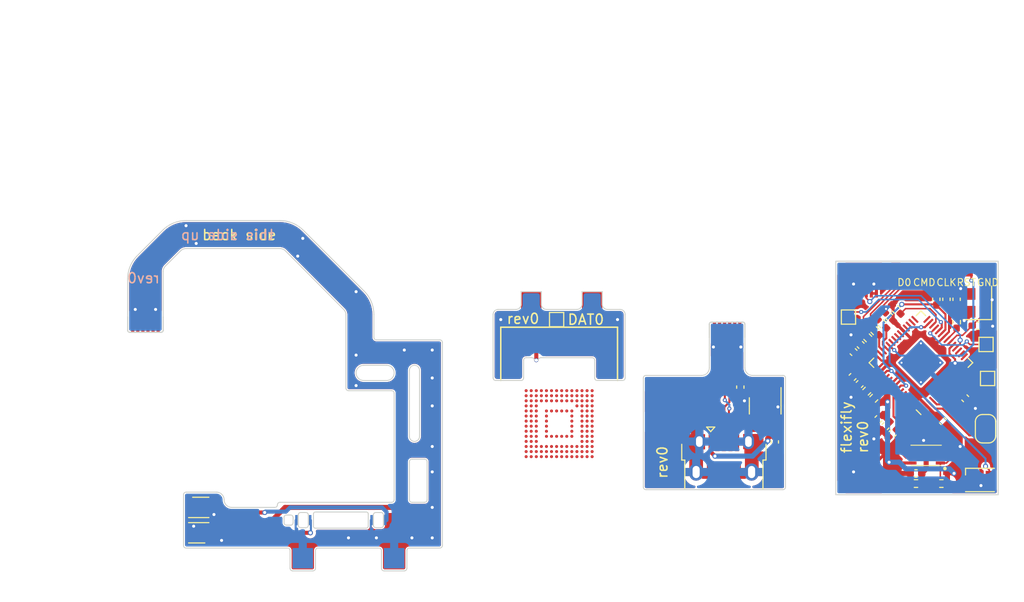
<source format=kicad_pcb>
(kicad_pcb (version 20221018) (generator pcbnew)

  (general
    (thickness 0.115)
  )

  (paper "A4")
  (layers
    (0 "F.Cu" signal)
    (31 "B.Cu" signal)
    (32 "B.Adhes" user "B.Adhesive")
    (33 "F.Adhes" user "F.Adhesive")
    (34 "B.Paste" user)
    (35 "F.Paste" user)
    (36 "B.SilkS" user "B.Silkscreen")
    (37 "F.SilkS" user "F.Silkscreen")
    (38 "B.Mask" user)
    (39 "F.Mask" user)
    (40 "Dwgs.User" user "User.Drawings")
    (41 "Cmts.User" user "User.Comments")
    (42 "Eco1.User" user "User.Eco1")
    (43 "Eco2.User" user "User.Eco2")
    (44 "Edge.Cuts" user)
    (45 "Margin" user)
    (46 "B.CrtYd" user "B.Courtyard")
    (47 "F.CrtYd" user "F.Courtyard")
    (48 "B.Fab" user)
    (49 "F.Fab" user)
    (50 "User.1" user)
    (51 "User.2" user)
    (52 "User.3" user)
    (53 "User.4" user)
    (54 "User.5" user)
    (55 "User.6" user)
    (56 "User.7" user)
    (57 "User.8" user)
    (58 "User.9" user)
  )

  (setup
    (stackup
      (layer "F.SilkS" (type "Top Silk Screen"))
      (layer "F.Paste" (type "Top Solder Paste"))
      (layer "F.Mask" (type "Top Solder Mask") (thickness 0.01))
      (layer "F.Cu" (type "copper") (thickness 0.035))
      (layer "dielectric 1" (type "core") (color "Polyimide") (thickness 0.025) (material "Polyimide") (epsilon_r 3.2) (loss_tangent 0.004))
      (layer "B.Cu" (type "copper") (thickness 0.035))
      (layer "B.Mask" (type "Bottom Solder Mask") (thickness 0.01))
      (layer "B.Paste" (type "Bottom Solder Paste"))
      (layer "B.SilkS" (type "Bottom Silk Screen"))
      (copper_finish "None")
      (dielectric_constraints no)
    )
    (pad_to_mask_clearance 0)
    (pcbplotparams
      (layerselection 0x00010fc_ffffffff)
      (plot_on_all_layers_selection 0x0000000_00000000)
      (disableapertmacros false)
      (usegerberextensions false)
      (usegerberattributes true)
      (usegerberadvancedattributes true)
      (creategerberjobfile true)
      (dashed_line_dash_ratio 12.000000)
      (dashed_line_gap_ratio 3.000000)
      (svgprecision 4)
      (plotframeref false)
      (viasonmask false)
      (mode 1)
      (useauxorigin false)
      (hpglpennumber 1)
      (hpglpenspeed 20)
      (hpglpendiameter 15.000000)
      (dxfpolygonmode true)
      (dxfimperialunits true)
      (dxfusepcbnewfont true)
      (psnegative false)
      (psa4output false)
      (plotreference true)
      (plotvalue true)
      (plotinvisibletext false)
      (sketchpadsonfab false)
      (subtractmaskfromsilk false)
      (outputformat 1)
      (mirror false)
      (drillshape 1)
      (scaleselection 1)
      (outputdirectory "")
    )
  )

  (net 0 "")
  (net 1 "+3V3")
  (net 2 "GND")
  (net 3 "/XIN")
  (net 4 "Net-(C3-Pad2)")
  (net 5 "+1V1")
  (net 6 "GND1")
  (net 7 "VBUS")
  (net 8 "unconnected-(D1-DOUT-Pad2)")
  (net 9 "/STATUS_LED")
  (net 10 "Net-(J6-Pin_3)")
  (net 11 "GND2")
  (net 12 "/QSPI_~{CS}")
  (net 13 "/~{USB_BOOT}")
  (net 14 "/XOUT")
  (net 15 "/USB_DP")
  (net 16 "/DP")
  (net 17 "/NX_CLK")
  (net 18 "Net-(U1-GPIO27_ADC1)")
  (net 19 "/NX_CMD")
  (net 20 "Net-(U1-GPIO28_ADC2)")
  (net 21 "/NX_D0")
  (net 22 "Net-(U1-GPIO29_ADC3)")
  (net 23 "/RP2040_~{USB_BOOT}")
  (net 24 "/TRAINING_RESET_A")
  (net 25 "/TRAINING_RESET_B")
  (net 26 "unconnected-(U1-GPIO2-Pad4)")
  (net 27 "unconnected-(U1-GPIO3-Pad5)")
  (net 28 "unconnected-(U1-GPIO4-Pad6)")
  (net 29 "unconnected-(U1-GPIO5-Pad7)")
  (net 30 "unconnected-(U1-GPIO6-Pad8)")
  (net 31 "unconnected-(U1-GPIO7-Pad9)")
  (net 32 "unconnected-(U1-GPIO8-Pad11)")
  (net 33 "unconnected-(U1-GPIO9-Pad12)")
  (net 34 "unconnected-(U1-GPIO10-Pad13)")
  (net 35 "unconnected-(U1-GPIO11-Pad14)")
  (net 36 "unconnected-(U1-GPIO12-Pad15)")
  (net 37 "unconnected-(U1-GPIO13-Pad16)")
  (net 38 "unconnected-(U1-GPIO14-Pad17)")
  (net 39 "/NX_CPU")
  (net 40 "/SWCLK")
  (net 41 "/SWD")
  (net 42 "/RUN")
  (net 43 "unconnected-(U1-GPIO17-Pad28)")
  (net 44 "unconnected-(U1-GPIO18-Pad29)")
  (net 45 "unconnected-(U1-GPIO19-Pad30)")
  (net 46 "unconnected-(U1-GPIO20-Pad31)")
  (net 47 "unconnected-(U1-GPIO21-Pad32)")
  (net 48 "unconnected-(U1-GPIO22-Pad34)")
  (net 49 "unconnected-(U1-GPIO23-Pad35)")
  (net 50 "unconnected-(U1-GPIO24-Pad36)")
  (net 51 "unconnected-(U1-GPIO25-Pad37)")
  (net 52 "/NX_RST")
  (net 53 "/QSPI_SD3")
  (net 54 "/QSPI_CLK")
  (net 55 "/QSPI_SD0")
  (net 56 "/QSPI_SD2")
  (net 57 "/QSPI_SD1")
  (net 58 "/D+")
  (net 59 "/D-")
  (net 60 "Net-(C16-Pad1)")
  (net 61 "Net-(C15-Pad1)")
  (net 62 "/DAT0")
  (net 63 "GND3")
  (net 64 "unconnected-(J3-ID-Pad4)")
  (net 65 "/USB_DN")
  (net 66 "/DN")

  (footprint "TestPoint:TestPoint_Pad_1.0x1.0mm" (layer "F.Cu") (at 167.25 52.5))

  (footprint "Capacitor_SMD:C_0402_1005Metric_Pad0.74x0.62mm_HandSolder" (layer "F.Cu") (at 178.75 60.5 135))

  (footprint "Capacitor_SMD:C_0402_1005Metric_Pad0.74x0.62mm_HandSolder" (layer "F.Cu") (at 168.35 59.1 45))

  (footprint "Capacitor_SMD:C_0402_1005Metric_Pad0.74x0.62mm_HandSolder" (layer "F.Cu") (at 177.9 50.75 -90))

  (footprint "Resistor_SMD:R_0402_1005Metric_Pad0.72x0.64mm_HandSolder" (layer "F.Cu") (at 171.95 51.75 -45))

  (footprint "TestPoint:TestPoint_Pad_1.0x1.0mm" (layer "F.Cu") (at 138.5 52.75))

  (footprint "Capacitor_SMD:C_0402_1005Metric_Pad0.74x0.62mm_HandSolder" (layer "F.Cu") (at 175.9 50.75 -90))

  (footprint "flexifly:FPC_1x06_P0.50mm" (layer "F.Cu") (at 155.295832 53.75))

  (footprint "TestPoint:TestPoint_Pad_1.0x1.0mm" (layer "F.Cu") (at 177 48))

  (footprint "TestPoint:TestPoint_Pad_1.0x1.0mm" (layer "F.Cu") (at 181 48))

  (footprint "TestPoint:TestPoint_Pad_1.0x1.0mm" (layer "F.Cu") (at 180.8 55.2))

  (footprint "flexifly:HCTL_HC-FPC-05-09-6RLTAG_1x06-1MP_P0.50mm_Horizontal" (layer "F.Cu") (at 168.75 47.275 180))

  (footprint "TestPoint:TestPoint_Pad_1.0x1.0mm" (layer "F.Cu") (at 179 48))

  (footprint "Capacitor_SMD:C_0402_1005Metric_Pad0.74x0.62mm_HandSolder" (layer "F.Cu") (at 171.6 63.95 45))

  (footprint "Crystal:Crystal_SMD_2520-4Pin_2.5x2.0mm" (layer "F.Cu") (at 179.95 51.1 90))

  (footprint "Capacitor_SMD:C_0402_1005Metric_Pad0.74x0.62mm_HandSolder" (layer "F.Cu") (at 170.2 62.55 45))

  (footprint "flexifly:FBGA_153_P0.50mm" (layer "F.Cu") (at 138.75 63))

  (footprint "Resistor_SMD:R_0402_1005Metric_Pad0.72x0.64mm_HandSolder" (layer "F.Cu") (at 169.75 60.5 45))

  (footprint "Capacitor_SMD:C_0402_1005Metric_Pad0.74x0.62mm_HandSolder" (layer "F.Cu") (at 176.55 62.75 135))

  (footprint "Capacitor_SMD:C_0402_1005Metric_Pad0.74x0.62mm_HandSolder" (layer "F.Cu") (at 156.595832 59.4 90))

  (footprint "flexifly:W25QxxxxUXxx" (layer "F.Cu") (at 174.9 66.125))

  (footprint "Capacitor_SMD:C_0402_1005Metric_Pad0.74x0.62mm_HandSolder" (layer "F.Cu") (at 176.9 50.75 -90))

  (footprint "TestPoint:TestPoint_Pad_1.0x1.0mm" (layer "F.Cu") (at 180.95 58.55))

  (footprint "TestPoint:TestPoint_Pad_1.0x1.0mm" (layer "F.Cu") (at 175 48))

  (footprint "Capacitor_SMD:C_0402_1005Metric_Pad0.74x0.62mm_HandSolder" (layer "F.Cu") (at 171.25 52.45 -45))

  (footprint "Capacitor_SMD:C_0402_1005Metric_Pad0.74x0.62mm_HandSolder" (layer "F.Cu") (at 159.995832 64.8 -90))

  (footprint "TestPoint:TestPoint_Pad_1.0x1.0mm" (layer "F.Cu") (at 173 48))

  (footprint "flexifly:MicroFET_2x2" (layer "F.Cu") (at 103.25 73.75 90))

  (footprint "TestPoint:TestPoint_Pad_2.0x2.0mm" (layer "F.Cu") (at 136 51))

  (footprint "flexifly:Conn_BGA_shim" (layer "F.Cu") (at 136.5 56.75))

  (footprint "flexifly:SW_SPST_XKB_1187A-B-A-B" (layer "F.Cu") (at 150.795832 60.95 180))

  (footprint "TestPoint:TestPoint_Pad_2.0x2.0mm" (layer "F.Cu") (at 142 51))

  (footprint "Capacitor_SMD:C_0402_1005Metric_Pad0.74x0.62mm_HandSolder" (layer "F.Cu") (at 168.45 55.25 -45))

  (footprint "Jumper:SolderJumper-2_P1.3mm_Open_RoundedPad1.0x1.5mm" (layer "F.Cu") (at 180.75 63.5 -90))

  (footprint "Package_TO_SOT_SMD:SOT-23-3" (layer "F.Cu") (at 159.045832 61.25 -90))

  (footprint "Capacitor_SMD:C_0402_1005Metric_Pad0.74x0.62mm_HandSolder" (layer "F.Cu") (at 167.75 55.95 -45))

  (footprint "Capacitor_SMD:C_0402_1005Metric_Pad0.74x0.62mm_HandSolder" (layer "F.Cu") (at 180 53.35 180))

  (footprint "flexifly:MicroFET_2x2" (layer "F.Cu") (at 103.25 71.25 -90))

  (footprint "Resistor_SMD:R_0402_1005Metric_Pad0.72x0.64mm_HandSolder" (layer "F.Cu") (at 176.4 68.9 180))

  (footprint "flexifly:FPC_1x06_P0.50mm" (layer "F.Cu") (at 98 53.25 180))

  (footprint "LED_SMD:LED_WS2812B-2020_PLCC4_2.0x2.0mm" (layer "F.Cu") (at 180.2 68.55))

  (footprint "Capacitor_SMD:C_0402_1005Metric_Pad0.74x0.62mm_HandSolder" (layer "F.Cu") (at 170.9 63.25 45))

  (footprint "Capacitor_SMD:C_0402_1005Metric_Pad0.74x0.62mm_HandSolder" (layer "F.Cu") (at 173.9 67.9))

  (footprint "Capacitor_SMD:C_0402_1005Metric_Pad0.74x0.62mm_HandSolder" (layer "F.Cu") (at 167.65 58.4 -135))

  (footprint "Resistor_SMD:R_0402_1005Metric_Pad0.72x0.64mm_HandSolder" (layer "F.Cu") (at 173.9 68.9))

  (footprint "Resistor_SMD:R_0402_1005Metric_Pad0.72x0.64mm_HandSolder" (layer "F.Cu") (at 169.05 59.8 -135))

  (footprint "Connector_USB:USB_Micro-B_Amphenol_10103594-0001LF_Horizontal" (layer "F.Cu") (at 155.000832 66.65))

  (footprint "Resistor_SMD:R_0402_1005Metric_Pad0.72x0.64mm_HandSolder" (layer "F.Cu") (at 170.55 53.15 -45))

  (footprint "Package_DFN_QFN:QFN-56-1EP_7x7mm_P0.4mm_EP3.2x3.2mm_ThermalVias" (layer "F.Cu") (at 174.384996 57 135))

  (footprint "Resistor_SMD:R_0402_1005Metric_Pad0.72x0.64mm_HandSolder" (layer "F.Cu")
    (tstamp f66f780e-8e96-4263-ba6e-7db2534b83ed)
    (at 169.15 54.55 -45)
    (descr "Resistor SMD 0402 (1005 Metric), square (rectangular) end terminal, IPC_7351 nominal with elongated pad for handsoldering. (Body size source: IPC-SM-782 page 72, https://www.pcb-3d.com/wordpress/wp-content/uploads/ipc-sm-782a_amendment_1_and_2.pdf), generated with kicad-footprint-generator")
    (tags "resistor handsolder")
    (property "Sheetfile" "flexifly.kicad_sch")
    (property "Sheetname" "")
    (property "ki_description" "Resistor")
    (property "ki_keywords" "R res resistor")
    (path "/da71d225-6811-4f4b-8b25-170048691591")
    (attr smd)
    (fp_text reference "R8" (at 0 -1.17 135) (layer "F.SilkS") hide
        (effects (font (size 1 1) (thickness 0.15)))
      (tstamp 1d35a5ea-0cb8-4710-bab4-ca7c9e48dbd4)
    )
    (fp_text value "47" (at 0 1.17 135) (layer "F.Fab")
        (effects (font (size 1 1) (thickness 0.15)))
      (tstamp a0665810-8934-421a-ad41-048e41c8e245)
    )
    (fp_text user "${REFERENCE}" (at 0 0 135) (layer "F.Fab")
        (effects (font (size 0.26 0.26) (thickness 0.04)))
      (tstamp 54a21d4c-ee81-4453-afd9-84ba425bfa40)
    )
    (fp_line (start -0.167621 -0.38) (end 0.167621 -0.38)
      (stroke (width 0.12) (type solid)) (layer "F.SilkS") (tstamp 4d1bede0-5a2d-44ab-b7eb-1583544fe508))
    (fp_line (start -0.167621 0.38) (end 0.167621 0.38)
      (stroke (width 0.12) (type solid)) (layer "F.SilkS") (tstamp e030a292-ef91-4228-be46-501e2f8daaa0))
    (fp_line (start -1.1 -0.47) (end 1.1 -0.47)
      (stroke (width 0.05) (type solid)) (layer "F.CrtYd") (tstamp db8d699c-b41d-43b0-9a98-4d65cb887ed1))
    (fp_line (start -1.1 0.47) (end -1.1 -0.47)
      (stroke (width 0.05) (type solid)) (layer "F.CrtYd") (tstamp ea241217-8f36-4f6b-904e-f43b066bf576))
    (fp_line (start 1.1 -0.47) (end 1.1 0.47)
      (stroke (width 0.05) (type solid)) (layer "F.CrtYd") (tstamp abbd419a-db1c-483e-98b2-335c7ac4312a))
    (fp_line (start 1.1 0.47) (end -1.1 0.47)
      (stroke (width 0.05) (type solid)) (layer "F.CrtYd") (tstamp caf12171-2e33-4e25-aba7-8824ef1598f0))
    (fp_line (start -0.525 -0.27) (end 0.525 -0.27)
      (stroke (width 0.1) (type solid)) (layer "F.Fab") (tstamp 405f631d-da3e-40eb-89d2-503b1b9d6b76))
    (fp_line (start -0.525 0.27) (end -0.525 -0.27)
      (stroke (width 0.1) (type solid)) (layer "F.Fab") (tstamp bb995d18-d1e7-47ef-86f3-e12c336fb095))
    (fp_line (start 0.525 -0.27) (end 0.525 0.27)
      (stroke (width 0.1) (type solid)) (layer "F.Fab") (tstamp 0a2074ae-d412-486b-8efb-83a1449cc575))
    (fp_line (start 0.525 0.27) (end -0.525 0.27)
      (stroke (width 0.1) (type solid)) (layer "F.Fab") (tstamp 40280903-77e9-49d4-8442-95b99c5c46a6))
    (pad "1" smd roundrect (at -0.5975 0 315) (size 0.715 0.64) (layers "F.Cu" "F.Paste" "F.Mask") (roundrect_rratio 0.25)
      (net 21 "/NX_D0") (pintype "passive") (tstamp df625cae-936c-4c9c-89ff-f3396a91e24c))
    (pad "2" smd roundrect (at 0.5975 0 315) (size 0.715 0.64) (layers "F.Cu" "F.Paste" "F.Mask") (roundrect_rratio 0.25)
      (net 22 "Net-(U1-GPIO29_
... [334556 chars truncated]
</source>
